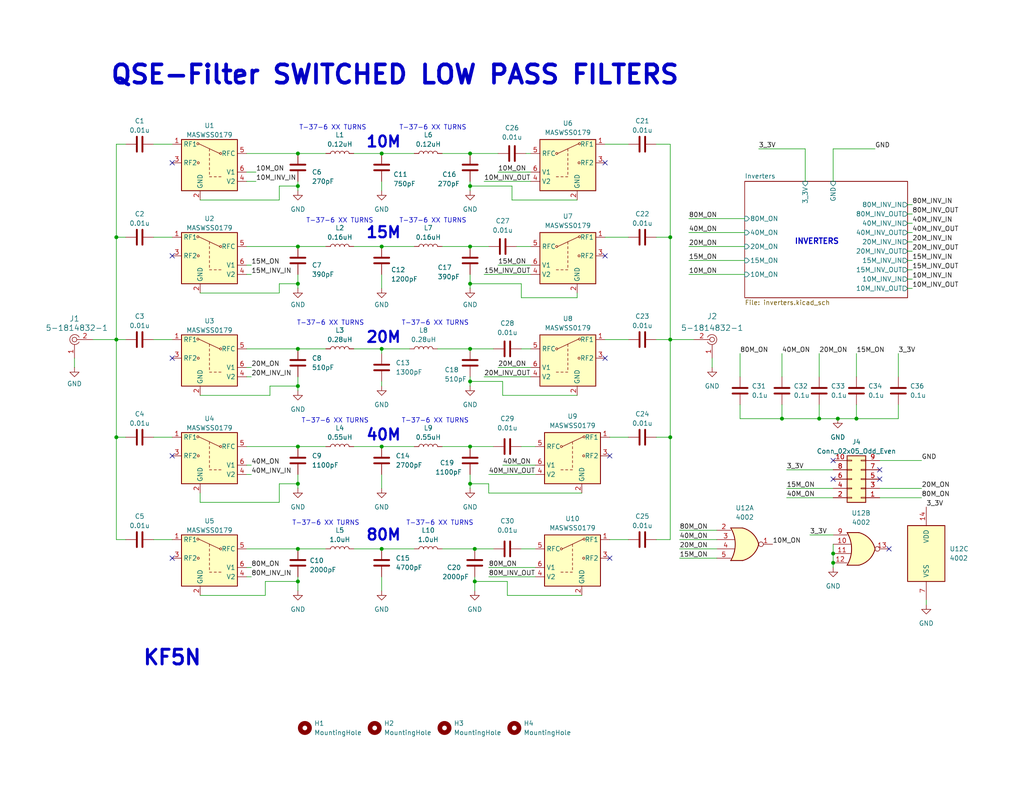
<source format=kicad_sch>
(kicad_sch (version 20231120) (generator "eeschema") (generator_version "8.0")
  (paper "USLetter")
  (title_block (title "QSE-Filter Switched Low Pass Filters") (date "2024-05-02") (rev "Version 1.0"))
  (lib_symbols
    (symbol "4xxx:4002" (pin_names (offset 1.016))
      (property "Reference" "U" (at 0 1.27 0))
      (property "Value" "4002" (at 0 -1.27 0))
      (symbol "4002_1_1"
        (pin output inverted (at 7.62 0 180) (length 3.81) (name "~") (number "1"))
        (pin input line (at -7.62 3.81 0) (length 3.81) (name "~") (number "2"))
        (pin input line (at -7.62 1.27 0) (length 4.826) (name "~") (number "3"))
        (pin input line (at -7.62 -1.27 0) (length 4.826) (name "~") (number "4"))
        (pin input line (at -7.62 -3.81 0) (length 3.81) (name "~") (number "5"))
      )
      (symbol "4002_1_2"
        (pin output line (at 7.62 0 180) (length 3.81) (name "~") (number "1"))
        (pin input inverted (at -7.62 3.81 0) (length 3.81) (name "~") (number "2"))
        (pin input inverted (at -7.62 1.27 0) (length 3.81) (name "~") (number "3"))
        (pin input inverted (at -7.62 -1.27 0) (length 3.81) (name "~") (number "4"))
        (pin input inverted (at -7.62 -3.81 0) (length 3.81) (name "~") (number "5"))
      )
      (symbol "4002_2_1"
        (pin input line (at -7.62 1.27 0) (length 4.826) (name "~") (number "10"))
        (pin input line (at -7.62 -1.27 0) (length 4.826) (name "~") (number "11"))
        (pin input line (at -7.62 -3.81 0) (length 3.81) (name "~") (number "12"))
        (pin output inverted (at 7.62 0 180) (length 3.81) (name "~") (number "13"))
        (pin input line (at -7.62 3.81 0) (length 3.81) (name "~") (number "9"))
      )
      (symbol "4002_2_2"
        (pin input inverted (at -7.62 1.27 0) (length 3.81) (name "~") (number "10"))
        (pin input inverted (at -7.62 -1.27 0) (length 3.81) (name "~") (number "11"))
        (pin input inverted (at -7.62 -3.81 0) (length 3.81) (name "~") (number "12"))
        (pin output line (at 7.62 0 180) (length 3.81) (name "~") (number "13"))
        (pin input inverted (at -7.62 3.81 0) (length 3.81) (name "~") (number "9"))
      )
      (symbol "4002_3_0"
        (pin power_in line (at 0 12.7 270) (length 5.08) (name "VDD") (number "14"))
        (pin power_in line (at 0 -12.7 90) (length 5.08) (name "VSS") (number "7"))
      )
    )
    (symbol "Connector_Generic:Conn_02x05_Odd_Even" (pin_names (offset 1.016) hide)
      (property "Reference" "J" (at 1.27 7.62 0))
      (property "Value" "Conn_02x05_Odd_Even" (at 1.27 -7.62 0))
      (symbol "Conn_02x05_Odd_Even_1_1"
        (pin passive line (at -5.08 5.08 0) (length 3.81) (name "Pin_1") (number "1"))
        (pin passive line (at 7.62 -5.08 180) (length 3.81) (name "Pin_10") (number "10"))
        (pin passive line (at 7.62 5.08 180) (length 3.81) (name "Pin_2") (number "2"))
        (pin passive line (at -5.08 2.54 0) (length 3.81) (name "Pin_3") (number "3"))
        (pin passive line (at 7.62 2.54 180) (length 3.81) (name "Pin_4") (number "4"))
        (pin passive line (at -5.08 0 0) (length 3.81) (name "Pin_5") (number "5"))
        (pin passive line (at 7.62 0 180) (length 3.81) (name "Pin_6") (number "6"))
        (pin passive line (at -5.08 -2.54 0) (length 3.81) (name "Pin_7") (number "7"))
        (pin passive line (at 7.62 -2.54 180) (length 3.81) (name "Pin_8") (number "8"))
        (pin passive line (at -5.08 -5.08 0) (length 3.81) (name "Pin_9") (number "9"))
      )
    )
    (symbol "Device:C" (pin_numbers hide) (pin_names (offset 0.254))
      (property "Reference" "C" (at 0.635 2.54 0))
      (property "Value" "C" (at 0.635 -2.54 0))
      (symbol "C_1_1"
        (pin passive line (at 0 3.81 270) (length 2.794) (name "~") (number "1"))
        (pin passive line (at 0 -3.81 90) (length 2.794) (name "~") (number "2"))
      )
    )
    (symbol "Device:L" (pin_numbers hide) (pin_names (offset 1.016) hide)
      (property "Reference" "L" (at -1.27 0 90))
      (property "Value" "L" (at 1.905 0 90))
      (symbol "L_1_1"
        (pin passive line (at 0 3.81 270) (length 1.27) (name "1") (number "1"))
        (pin passive line (at 0 -3.81 90) (length 1.27) (name "2") (number "2"))
      )
    )
    (symbol "GND_1" (power) (pin_numbers hide) (pin_names (offset 0) hide)
      (property "Value" "GND" (at 0 -3.81 0))
      (symbol "GND_1_1_1"
        (pin power_in line (at 0 0 270) (length 0) (name "~") (number "1"))
      )
    )
    (symbol "GND_10" (power) (pin_numbers hide) (pin_names (offset 0) hide)
      (property "Value" "GND" (at 0 -3.81 0))
      (symbol "GND_10_1_1"
        (pin power_in line (at 0 0 270) (length 0) (name "~") (number "1"))
      )
    )
    (symbol "GND_11" (power) (pin_numbers hide) (pin_names (offset 0) hide)
      (property "Value" "GND" (at 0 -3.81 0))
      (symbol "GND_11_1_1"
        (pin power_in line (at 0 0 270) (length 0) (name "~") (number "1"))
      )
    )
    (symbol "GND_12" (power) (pin_numbers hide) (pin_names (offset 0) hide)
      (property "Value" "GND" (at 0 -3.81 0))
      (symbol "GND_12_1_1"
        (pin power_in line (at 0 0 270) (length 0) (name "~") (number "1"))
      )
    )
    (symbol "GND_13" (power) (pin_numbers hide) (pin_names (offset 0) hide)
      (property "Value" "GND" (at 0 -3.81 0))
      (symbol "GND_13_1_1"
        (pin power_in line (at 0 0 270) (length 0) (name "~") (number "1"))
      )
    )
    (symbol "GND_14" (power) (pin_numbers hide) (pin_names (offset 0) hide)
      (property "Value" "GND" (at 0 -3.81 0))
      (symbol "GND_14_1_1"
        (pin power_in line (at 0 0 270) (length 0) (name "~") (number "1"))
      )
    )
    (symbol "GND_15" (power) (pin_numbers hide) (pin_names (offset 0) hide)
      (property "Value" "GND" (at 0 -3.81 0))
      (symbol "GND_15_1_1"
        (pin power_in line (at 0 0 270) (length 0) (name "~") (number "1"))
      )
    )
    (symbol "GND_16" (power) (pin_numbers hide) (pin_names (offset 0) hide)
      (property "Value" "GND" (at 0 -3.81 0))
      (symbol "GND_16_1_1"
        (pin power_in line (at 0 0 270) (length 0) (name "~") (number "1"))
      )
    )
    (symbol "GND_17" (power) (pin_numbers hide) (pin_names (offset 0) hide)
      (property "Value" "GND" (at 0 -3.81 0))
      (symbol "GND_17_1_1"
        (pin power_in line (at 0 0 270) (length 0) (name "~") (number "1"))
      )
    )
    (symbol "GND_18" (power) (pin_numbers hide) (pin_names (offset 0) hide)
      (property "Value" "GND" (at 0 -3.81 0))
      (symbol "GND_18_1_1"
        (pin power_in line (at 0 0 270) (length 0) (name "~") (number "1"))
      )
    )
    (symbol "GND_19" (power) (pin_numbers hide) (pin_names (offset 0) hide)
      (property "Value" "GND" (at 0 -3.81 0))
      (symbol "GND_19_1_1"
        (pin power_in line (at 0 0 270) (length 0) (name "~") (number "1"))
      )
    )
    (symbol "GND_2" (power) (pin_numbers hide) (pin_names (offset 0) hide)
      (property "Value" "GND" (at 0 -3.81 0))
      (symbol "GND_2_1_1"
        (pin power_in line (at 0 0 270) (length 0) (name "~") (number "1"))
      )
    )
    (symbol "GND_20" (power) (pin_numbers hide) (pin_names (offset 0) hide)
      (property "Value" "GND" (at 0 -3.81 0))
      (symbol "GND_20_1_1"
        (pin power_in line (at 0 0 270) (length 0) (name "~") (number "1"))
      )
    )
    (symbol "GND_3" (power) (pin_numbers hide) (pin_names (offset 0) hide)
      (property "Value" "GND" (at 0 -3.81 0))
      (symbol "GND_3_1_1"
        (pin power_in line (at 0 0 270) (length 0) (name "~") (number "1"))
      )
    )
    (symbol "GND_5" (power) (pin_numbers hide) (pin_names (offset 0) hide)
      (property "Value" "GND" (at 0 -3.81 0))
      (symbol "GND_5_1_1"
        (pin power_in line (at 0 0 270) (length 0) (name "~") (number "1"))
      )
    )
    (symbol "GND_6" (power) (pin_numbers hide) (pin_names (offset 0) hide)
      (property "Value" "GND" (at 0 -3.81 0))
      (symbol "GND_6_1_1"
        (pin power_in line (at 0 0 270) (length 0) (name "~") (number "1"))
      )
    )
    (symbol "GND_7" (power) (pin_numbers hide) (pin_names (offset 0) hide)
      (property "Value" "GND" (at 0 -3.81 0))
      (symbol "GND_7_1_1"
        (pin power_in line (at 0 0 270) (length 0) (name "~") (number "1"))
      )
    )
    (symbol "GND_8" (power) (pin_numbers hide) (pin_names (offset 0) hide)
      (property "Value" "GND" (at 0 -3.81 0))
      (symbol "GND_8_1_1"
        (pin power_in line (at 0 0 270) (length 0) (name "~") (number "1"))
      )
    )
    (symbol "GND_9" (power) (pin_numbers hide) (pin_names (offset 0) hide)
      (property "Value" "GND" (at 0 -3.81 0))
      (symbol "GND_9_1_1"
        (pin power_in line (at 0 0 270) (length 0) (name "~") (number "1"))
      )
    )
    (symbol "Mechanical:MountingHole" (pin_names (offset 1.016))
      (property "Reference" "H" (at 0 5.08 0))
      (property "Value" "MountingHole" (at 0 3.175 0))
    )
    (symbol "RF_Switch:MASWSS0179"
      (property "Reference" "U" (at -7.62 7.62 0))
      (property "Value" "MASWSS0179" (at 3.81 7.62 0))
      (symbol "MASWSS0179_1_1"
        (pin passive line (at 10.16 5.08 180) (length 2.54) (name "RF1") (number "1"))
        (pin power_in line (at 2.54 -10.16 90) (length 2.54) (name "GND") (number "2"))
        (pin passive line (at 10.16 0 180) (length 2.54) (name "RF2") (number "3"))
        (pin input line (at -10.16 -5.08 0) (length 2.54) (name "V2") (number "4"))
        (pin passive line (at -10.16 2.54 0) (length 2.54) (name "RFC") (number "5"))
        (pin input line (at -10.16 -2.54 0) (length 2.54) (name "V1") (number "6"))
      )
    )
    (symbol "dk_Coaxial-Connectors-RF:5-1814832-1" (pin_names (offset 1.016))
      (property "Reference" "J" (at -2.54 1.27 0))
      (property "Value" "5-1814832-1" (at 1.27 -2.54 0))
      (symbol "5-1814832-1_1_1"
        (pin passive line (at 0 -5.08 90) (length 3.683) (name "~") (number "1"))
        (pin passive line (at 5.08 0 180) (length 4.445) (name "~") (number "2"))
      )
    )
    (symbol "power:GND" (power) (pin_numbers hide) (pin_names (offset 0) hide)
      (property "Value" "GND" (at 0 -3.81 0))
      (symbol "GND_1_1"
        (pin power_in line (at 0 0 270) (length 0) (name "~") (number "1"))
      )
    )
  )
  (junction (at 129.54 149.86))
  (junction (at 81.28 50.8))
  (junction (at 31.75 92.71))
  (junction (at 128.27 41.91))
  (junction (at 128.27 132.08))
  (junction (at 233.68 114.3))
  (junction (at 128.27 95.25))
  (junction (at 213.36 114.3))
  (junction (at 81.28 105.41))
  (junction (at 228.6 114.3))
  (junction (at 81.28 158.75))
  (junction (at 182.88 92.71))
  (junction (at 31.75 64.77))
  (junction (at 104.14 121.92))
  (junction (at 129.54 158.75))
  (junction (at 81.28 132.08))
  (junction (at 104.14 67.31))
  (junction (at 227.33 151.13))
  (junction (at 81.28 77.47))
  (junction (at 227.33 153.67))
  (junction (at 81.28 121.92))
  (junction (at 104.14 95.25))
  (junction (at 182.88 119.38))
  (junction (at 81.28 149.86))
  (junction (at 128.27 104.14))
  (junction (at 81.28 41.91))
  (junction (at 223.52 114.3))
  (junction (at 128.27 77.47))
  (junction (at 128.27 67.31))
  (junction (at 104.14 41.91))
  (junction (at 104.14 149.86))
  (junction (at 128.27 50.8))
  (junction (at 81.28 67.31))
  (junction (at 81.28 95.25))
  (junction (at 128.27 121.92))
  (junction (at 31.75 119.38))
  (junction (at 182.88 64.77))
  (no_connect (at 46.99 44.45))
  (no_connect (at 46.99 69.85))
  (no_connect (at 240.03 128.27))
  (no_connect (at 227.33 125.73))
  (no_connect (at 240.03 130.81))
  (no_connect (at 165.1 69.85))
  (no_connect (at 166.37 152.4))
  (no_connect (at 46.99 152.4))
  (no_connect (at 165.1 97.79))
  (no_connect (at 166.37 124.46))
  (no_connect (at 46.99 97.79))
  (no_connect (at 165.1 44.45))
  (no_connect (at 242.57 149.86))
  (no_connect (at 46.99 124.46))
  (no_connect (at 227.33 130.81))
  (wire (pts (xy 41.91 147.32) (xy 46.99 147.32)))
  (wire (pts (xy 76.2 77.47) (xy 81.28 77.47)))
  (wire (pts (xy 245.11 96.52) (xy 245.11 102.87)))
  (wire (pts (xy 135.89 72.39) (xy 144.78 72.39)))
  (wire (pts (xy 67.31 149.86) (xy 81.28 149.86)))
  (wire (pts (xy 76.2 137.16) (xy 76.2 132.08)))
  (wire (pts (xy 187.96 67.31) (xy 203.2 67.31)))
  (wire (pts (xy 247.65 66.04) (xy 248.92 66.04)))
  (wire (pts (xy 128.27 77.47) (xy 128.27 78.74)))
  (wire (pts (xy 247.65 58.42) (xy 248.92 58.42)))
  (wire (pts (xy 142.24 149.86) (xy 146.05 149.86)))
  (wire (pts (xy 187.96 71.12) (xy 203.2 71.12)))
  (wire (pts (xy 179.07 147.32) (xy 182.88 147.32)))
  (wire (pts (xy 233.68 110.49) (xy 233.68 114.3)))
  (wire (pts (xy 187.96 63.5) (xy 203.2 63.5)))
  (wire (pts (xy 67.31 157.48) (xy 68.58 157.48)))
  (wire (pts (xy 67.31 100.33) (xy 68.58 100.33)))
  (wire (pts (xy 179.07 92.71) (xy 182.88 92.71)))
  (wire (pts (xy 227.33 49.53) (xy 227.33 40.64)))
  (wire (pts (xy 240.03 125.73) (xy 251.46 125.73)))
  (wire (pts (xy 128.27 129.54) (xy 128.27 132.08)))
  (wire (pts (xy 31.75 64.77) (xy 34.29 64.77)))
  (wire (pts (xy 67.31 129.54) (xy 68.58 129.54)))
  (wire (pts (xy 67.31 74.93) (xy 68.58 74.93)))
  (wire (pts (xy 81.28 121.92) (xy 88.9 121.92)))
  (wire (pts (xy 247.65 78.74) (xy 248.92 78.74)))
  (wire (pts (xy 31.75 119.38) (xy 31.75 147.32)))
  (wire (pts (xy 165.1 92.71) (xy 171.45 92.71)))
  (wire (pts (xy 182.88 147.32) (xy 182.88 119.38)))
  (wire (pts (xy 138.43 158.75) (xy 138.43 162.56)))
  (wire (pts (xy 81.28 157.48) (xy 81.28 158.75)))
  (wire (pts (xy 219.71 49.53) (xy 219.71 40.64)))
  (wire (pts (xy 31.75 119.38) (xy 34.29 119.38)))
  (wire (pts (xy 185.42 152.4) (xy 195.58 152.4)))
  (wire (pts (xy 247.65 55.88) (xy 248.92 55.88)))
  (wire (pts (xy 104.14 149.86) (xy 113.03 149.86)))
  (wire (pts (xy 120.65 149.86) (xy 129.54 149.86)))
  (wire (pts (xy 128.27 95.25) (xy 134.62 95.25)))
  (wire (pts (xy 137.16 104.14) (xy 137.16 107.95)))
  (wire (pts (xy 76.2 132.08) (xy 81.28 132.08)))
  (wire (pts (xy 247.65 76.2) (xy 248.92 76.2)))
  (wire (pts (xy 67.31 67.31) (xy 81.28 67.31)))
  (wire (pts (xy 132.08 74.93) (xy 144.78 74.93)))
  (wire (pts (xy 142.24 95.25) (xy 144.78 95.25)))
  (wire (pts (xy 129.54 158.75) (xy 138.43 158.75)))
  (wire (pts (xy 73.66 105.41) (xy 81.28 105.41)))
  (wire (pts (xy 245.11 110.49) (xy 245.11 114.3)))
  (wire (pts (xy 133.35 157.48) (xy 146.05 157.48)))
  (wire (pts (xy 182.88 39.37) (xy 182.88 64.77)))
  (wire (pts (xy 67.31 121.92) (xy 81.28 121.92)))
  (wire (pts (xy 119.38 95.25) (xy 128.27 95.25)))
  (wire (pts (xy 54.61 54.61) (xy 76.2 54.61)))
  (wire (pts (xy 81.28 102.87) (xy 81.28 105.41)))
  (wire (pts (xy 182.88 92.71) (xy 189.23 92.71)))
  (wire (pts (xy 129.54 149.86) (xy 134.62 149.86)))
  (wire (pts (xy 81.28 67.31) (xy 88.9 67.31)))
  (wire (pts (xy 182.88 92.71) (xy 182.88 119.38)))
  (wire (pts (xy 128.27 50.8) (xy 128.27 52.07)))
  (wire (pts (xy 128.27 74.93) (xy 128.27 77.47)))
  (wire (pts (xy 128.27 121.92) (xy 134.62 121.92)))
  (wire (pts (xy 128.27 49.53) (xy 128.27 50.8)))
  (wire (pts (xy 25.4 92.71) (xy 31.75 92.71)))
  (wire (pts (xy 187.96 74.93) (xy 203.2 74.93)))
  (wire (pts (xy 139.7 54.61) (xy 157.48 54.61)))
  (wire (pts (xy 214.63 133.35) (xy 227.33 133.35)))
  (wire (pts (xy 223.52 96.52) (xy 223.52 102.87)))
  (wire (pts (xy 129.54 158.75) (xy 129.54 161.29)))
  (wire (pts (xy 233.68 114.3) (xy 245.11 114.3)))
  (wire (pts (xy 76.2 80.01) (xy 76.2 77.47)))
  (wire (pts (xy 207.01 40.64) (xy 219.71 40.64)))
  (wire (pts (xy 96.52 95.25) (xy 104.14 95.25)))
  (wire (pts (xy 73.66 107.95) (xy 73.66 105.41)))
  (wire (pts (xy 165.1 39.37) (xy 171.45 39.37)))
  (wire (pts (xy 20.32 97.79) (xy 20.32 100.33)))
  (wire (pts (xy 96.52 67.31) (xy 104.14 67.31)))
  (wire (pts (xy 41.91 119.38) (xy 46.99 119.38)))
  (wire (pts (xy 31.75 147.32) (xy 34.29 147.32)))
  (wire (pts (xy 228.6 114.3) (xy 233.68 114.3)))
  (wire (pts (xy 81.28 132.08) (xy 81.28 133.35)))
  (wire (pts (xy 227.33 151.13) (xy 227.33 153.67)))
  (wire (pts (xy 213.36 96.52) (xy 213.36 102.87)))
  (wire (pts (xy 96.52 41.91) (xy 104.14 41.91)))
  (wire (pts (xy 31.75 64.77) (xy 31.75 92.71)))
  (wire (pts (xy 227.33 148.59) (xy 227.33 151.13)))
  (wire (pts (xy 179.07 39.37) (xy 182.88 39.37)))
  (wire (pts (xy 81.28 149.86) (xy 88.9 149.86)))
  (wire (pts (xy 54.61 107.95) (xy 73.66 107.95)))
  (wire (pts (xy 104.14 104.14) (xy 104.14 105.41)))
  (wire (pts (xy 201.93 114.3) (xy 213.36 114.3)))
  (wire (pts (xy 214.63 135.89) (xy 227.33 135.89)))
  (wire (pts (xy 67.31 41.91) (xy 81.28 41.91)))
  (wire (pts (xy 96.52 121.92) (xy 104.14 121.92)))
  (wire (pts (xy 128.27 132.08) (xy 128.27 133.35)))
  (wire (pts (xy 182.88 119.38) (xy 179.07 119.38)))
  (wire (pts (xy 182.88 64.77) (xy 182.88 92.71)))
  (wire (pts (xy 41.91 92.71) (xy 46.99 92.71)))
  (wire (pts (xy 104.14 95.25) (xy 104.14 96.52)))
  (wire (pts (xy 137.16 127) (xy 146.05 127)))
  (wire (pts (xy 120.65 121.92) (xy 128.27 121.92)))
  (wire (pts (xy 227.33 40.64) (xy 238.76 40.64)))
  (wire (pts (xy 81.28 105.41) (xy 81.28 106.68)))
  (wire (pts (xy 104.14 95.25) (xy 111.76 95.25)))
  (wire (pts (xy 233.68 96.52) (xy 233.68 102.87)))
  (wire (pts (xy 96.52 149.86) (xy 104.14 149.86)))
  (wire (pts (xy 133.35 132.08) (xy 133.35 134.62)))
  (wire (pts (xy 139.7 50.8) (xy 139.7 54.61)))
  (wire (pts (xy 142.24 77.47) (xy 142.24 81.28)))
  (wire (pts (xy 128.27 50.8) (xy 139.7 50.8)))
  (wire (pts (xy 247.65 73.66) (xy 248.92 73.66)))
  (wire (pts (xy 240.03 135.89) (xy 251.46 135.89)))
  (wire (pts (xy 81.28 41.91) (xy 88.9 41.91)))
  (wire (pts (xy 201.93 110.49) (xy 201.93 114.3)))
  (wire (pts (xy 104.14 67.31) (xy 113.03 67.31)))
  (wire (pts (xy 31.75 92.71) (xy 34.29 92.71)))
  (wire (pts (xy 133.35 154.94) (xy 146.05 154.94)))
  (wire (pts (xy 135.89 100.33) (xy 144.78 100.33)))
  (wire (pts (xy 240.03 133.35) (xy 251.46 133.35)))
  (wire (pts (xy 223.52 114.3) (xy 228.6 114.3)))
  (wire (pts (xy 135.89 46.99) (xy 144.78 46.99)))
  (wire (pts (xy 67.31 102.87) (xy 68.58 102.87)))
  (wire (pts (xy 54.61 80.01) (xy 76.2 80.01)))
  (wire (pts (xy 128.27 77.47) (xy 142.24 77.47)))
  (wire (pts (xy 223.52 110.49) (xy 223.52 114.3)))
  (wire (pts (xy 72.39 158.75) (xy 81.28 158.75)))
  (wire (pts (xy 128.27 104.14) (xy 128.27 105.41)))
  (wire (pts (xy 31.75 64.77) (xy 31.75 39.37)))
  (wire (pts (xy 247.65 71.12) (xy 248.92 71.12)))
  (wire (pts (xy 138.43 162.56) (xy 158.75 162.56)))
  (wire (pts (xy 166.37 147.32) (xy 171.45 147.32)))
  (wire (pts (xy 179.07 64.77) (xy 182.88 64.77)))
  (wire (pts (xy 104.14 157.48) (xy 104.14 161.29)))
  (wire (pts (xy 247.65 63.5) (xy 248.92 63.5)))
  (wire (pts (xy 185.42 144.78) (xy 195.58 144.78)))
  (wire (pts (xy 31.75 92.71) (xy 31.75 119.38)))
  (wire (pts (xy 132.08 49.53) (xy 144.78 49.53)))
  (wire (pts (xy 213.36 114.3) (xy 223.52 114.3)))
  (wire (pts (xy 213.36 110.49) (xy 213.36 114.3)))
  (wire (pts (xy 247.65 60.96) (xy 248.92 60.96)))
  (wire (pts (xy 76.2 54.61) (xy 76.2 50.8)))
  (wire (pts (xy 41.91 39.37) (xy 46.99 39.37)))
  (wire (pts (xy 128.27 102.87) (xy 128.27 104.14)))
  (wire (pts (xy 54.61 134.62) (xy 54.61 137.16)))
  (wire (pts (xy 104.14 49.53) (xy 104.14 52.07)))
  (wire (pts (xy 67.31 95.25) (xy 81.28 95.25)))
  (wire (pts (xy 81.28 95.25) (xy 88.9 95.25)))
  (wire (pts (xy 137.16 107.95) (xy 157.48 107.95)))
  (wire (pts (xy 67.31 72.39) (xy 68.58 72.39)))
  (wire (pts (xy 81.28 129.54) (xy 81.28 132.08)))
  (wire (pts (xy 72.39 158.75) (xy 72.39 162.56)))
  (wire (pts (xy 133.35 134.62) (xy 158.75 134.62)))
  (wire (pts (xy 132.08 102.87) (xy 144.78 102.87)))
  (wire (pts (xy 41.91 64.77) (xy 46.99 64.77)))
  (wire (pts (xy 185.42 149.86) (xy 195.58 149.86)))
  (wire (pts (xy 140.97 67.31) (xy 144.78 67.31)))
  (wire (pts (xy 81.28 49.53) (xy 81.28 50.8)))
  (wire (pts (xy 133.35 129.54) (xy 146.05 129.54)))
  (wire (pts (xy 128.27 41.91) (xy 135.89 41.91)))
  (wire (pts (xy 128.27 104.14) (xy 137.16 104.14)))
  (wire (pts (xy 104.14 129.54) (xy 104.14 133.35)))
  (wire (pts (xy 143.51 41.91) (xy 144.78 41.91)))
  (wire (pts (xy 157.48 81.28) (xy 157.48 80.01)))
  (wire (pts (xy 54.61 162.56) (xy 72.39 162.56)))
  (wire (pts (xy 128.27 67.31) (xy 133.35 67.31)))
  (wire (pts (xy 201.93 96.52) (xy 201.93 102.87)))
  (wire (pts (xy 104.14 74.93) (xy 104.14 78.74)))
  (wire (pts (xy 31.75 39.37) (xy 34.29 39.37)))
  (wire (pts (xy 81.28 74.93) (xy 81.28 77.47)))
  (wire (pts (xy 142.24 81.28) (xy 157.48 81.28)))
  (wire (pts (xy 104.14 41.91) (xy 113.03 41.91)))
  (wire (pts (xy 81.28 77.47) (xy 81.28 78.74)))
  (wire (pts (xy 129.54 157.48) (xy 129.54 158.75)))
  (wire (pts (xy 194.31 97.79) (xy 194.31 100.33)))
  (wire (pts (xy 142.24 121.92) (xy 146.05 121.92)))
  (wire (pts (xy 81.28 158.75) (xy 81.28 161.29)))
  (wire (pts (xy 67.31 46.99) (xy 69.85 46.99)))
  (wire (pts (xy 227.33 153.67) (xy 227.33 154.94)))
  (wire (pts (xy 247.65 68.58) (xy 248.92 68.58)))
  (wire (pts (xy 104.14 121.92) (xy 113.03 121.92)))
  (wire (pts (xy 76.2 50.8) (xy 81.28 50.8)))
  (wire (pts (xy 252.73 163.83) (xy 252.73 165.1)))
  (wire (pts (xy 120.65 67.31) (xy 128.27 67.31)))
  (wire (pts (xy 165.1 64.77) (xy 171.45 64.77)))
  (wire (pts (xy 166.37 119.38) (xy 171.45 119.38)))
  (wire (pts (xy 67.31 49.53) (xy 69.85 49.53)))
  (wire (pts (xy 187.96 59.69) (xy 203.2 59.69)))
  (wire (pts (xy 185.42 147.32) (xy 195.58 147.32)))
  (wire (pts (xy 67.31 154.94) (xy 68.58 154.94)))
  (wire (pts (xy 214.63 128.27) (xy 227.33 128.27)))
  (wire (pts (xy 220.98 146.05) (xy 227.33 146.05)))
  (wire (pts (xy 81.28 50.8) (xy 81.28 52.07)))
  (wire (pts (xy 67.31 127) (xy 68.58 127)))
  (wire (pts (xy 120.65 41.91) (xy 128.27 41.91)))
  (wire (pts (xy 54.61 137.16) (xy 76.2 137.16)))
  (wire (pts (xy 128.27 132.08) (xy 133.35 132.08)))
  (text "T-37-6 XX TURNS" (at 118.11 34.925 0) (effects (font (size 1.27 1.27))))
  (text "T-37-6 XX TURNS" (at 118.745 88.265 0) (effects (font (size 1.27 1.27))))
  (text "INVERTERS" (at 222.885 66.04 0) (effects (font (size 1.5 1.5) (thickness 0.3) (bold yes))))
  (text "T-37-6 XX TURNS" (at 92.71 60.325 0) (effects (font (size 1.27 1.27))))
  (text "T-37-6 XX TURNS" (at 90.805 34.925 0) (effects (font (size 1.27 1.27))))
  (text "T-37-6 XX TURNS" (at 88.9 142.875 0) (effects (font (size 1.27 1.27))))
  (text "40M" (at 99.695 120.65 0) (effects (font (size 3 3) (thickness 0.6) (bold yes)) (justify left bottom)))
  (text "QSE-Filter SWITCHED LOW PASS FILTERS" (at 29.845 23.495 0) (effects (font (size 5 5) (thickness 1) (bold yes)) (justify left bottom)))
  (text "15M" (at 99.695 65.405 0) (effects (font (size 3 3) (thickness 0.6) (bold yes)) (justify left bottom)))
  (text "T-37-6 XX TURNS" (at 120.015 142.875 0) (effects (font (size 1.27 1.27))))
  (text "80M" (at 99.695 147.955 0) (effects (font (size 3 3) (thickness 0.6) (bold yes)) (justify left bottom)))
  (text "20M" (at 99.695 93.98 0) (effects (font (size 3 3) (thickness 0.6) (bold yes)) (justify left bottom)))
  (text "10M" (at 99.695 40.64 0) (effects (font (size 3 3) (thickness 0.6) (bold yes)) (justify left bottom)))
  (text "T-37-6 XX TURNS" (at 91.44 114.935 0) (effects (font (size 1.27 1.27))))
  (text "T-37-6 XX TURNS" (at 118.745 114.935 0) (effects (font (size 1.27 1.27))))
  (text "KF5N" (at 46.99 179.705 0) (effects (font (size 4 4) (thickness 0.8) (bold yes))))
  (text "T-37-6 XX TURNS" (at 90.17 88.265 0) (effects (font (size 1.27 1.27))))
  (text "T-37-6 XX TURNS" (at 118.11 60.325 0) (effects (font (size 1.27 1.27))))
  (label "15M_ON" (at 214.63 133.35 0))
  (label "3_3V" (at 252.73 138.43 0))
  (label "40M_ON" (at 213.36 96.52 0))
  (label "3_3V" (at 214.63 128.27 0))
  (label "40M_ON" (at 214.63 135.89 0))
  (label "20M_ON" (at 135.89 100.33 0))
  (label "80M_ON" (at 187.96 59.69 0))
  (label "10M_ON" (at 69.85 46.99 0))
  (label "80M_INV_OUT" (at 133.35 157.48 0))
  (label "80M_ON" (at 185.42 144.78 0))
  (label "80M_INV_IN" (at 248.92 55.88 0))
  (label "10M_ON" (at 187.96 74.93 0))
  (label "80M_ON" (at 201.93 96.52 0))
  (label "20M_INV_IN" (at 248.92 66.04 0))
  (label "20M_INV_OUT" (at 132.08 102.87 0))
  (label "10M_INV_OUT" (at 132.08 49.53 0))
  (label "GND" (at 238.76 40.64 0))
  (label "20M_INV_OUT" (at 248.92 68.58 0))
  (label "40M_ON" (at 68.58 127 0))
  (label "15M_ON" (at 68.58 72.39 0))
  (label "40M_INV_IN" (at 68.58 129.54 0))
  (label "40M_ON" (at 185.42 147.32 0))
  (label "40M_INV_OUT" (at 133.35 129.54 0))
  (label "40M_INV_IN" (at 248.92 60.96 0))
  (label "3_3V" (at 245.11 96.52 0))
  (label "40M_INV_OUT" (at 248.92 63.5 0))
  (label "15M_INV_OUT" (at 248.92 73.66 0))
  (label "80M_INV_OUT" (at 248.92 58.42 0))
  (label "10M_INV_IN" (at 69.85 49.53 0))
  (label "3_3V" (at 207.01 40.64 0))
  (label "20M_ON" (at 185.42 149.86 0))
  (label "20M_ON" (at 187.96 67.31 0))
  (label "40M_ON" (at 137.16 127 0))
  (label "GND" (at 251.46 125.73 0))
  (label "15M_INV_IN" (at 68.58 74.93 0))
  (label "20M_ON" (at 223.52 96.52 0))
  (label "15M_ON" (at 135.89 72.39 0))
  (label "15M_ON" (at 233.68 96.52 0))
  (label "20M_ON" (at 68.58 100.33 0))
  (label "15M_ON" (at 185.42 152.4 0))
  (label "80M_ON" (at 133.35 154.94 0))
  (label "80M_ON" (at 68.58 154.94 0))
  (label "15M_INV_OUT" (at 132.08 74.93 0))
  (label "15M_ON" (at 187.96 71.12 0))
  (label "80M_INV_IN" (at 68.58 157.48 0))
  (label "40M_ON" (at 187.96 63.5 0))
  (label "10M_INV_OUT" (at 248.92 78.74 0))
  (label "20M_INV_IN" (at 68.58 102.87 0))
  (label "3_3V" (at 220.98 146.05 0))
  (label "80M_ON" (at 251.46 135.89 0))
  (label "10M_ON" (at 210.82 148.59 0))
  (label "15M_INV_IN" (at 248.92 71.12 0))
  (label "10M_ON" (at 135.89 46.99 0))
  (label "20M_ON" (at 251.46 133.35 0))
  (label "10M_INV_IN" (at 248.92 76.2 0))
  (symbol (lib_id "Device:C") (at 175.26 147.32 90) (unit 1)
    (property "Reference" "C25" (at 175.26 140.97 90))
    (property "Value" "0.01u" (at 175.26 143.51 90))
    (property "Footprint" "Capacitor_SMD:C_1206_3216Metric" (effects (hide yes)))
  )
  (symbol (lib_id "Device:C") (at 175.26 64.77 90) (unit 1)
    (property "Reference" "C22" (at 175.26 58.42 90))
    (property "Value" "0.01u" (at 175.26 60.96 90))
    (property "Footprint" "Capacitor_SMD:C_1206_3216Metric" (effects (hide yes)))
  )
  (symbol (lib_id "Device:C") (at 175.26 119.38 90) (unit 1)
    (property "Reference" "C24" (at 175.26 113.03 90))
    (property "Value" "0.01u" (at 175.26 115.57 90))
    (property "Footprint" "Capacitor_SMD:C_1206_3216Metric" (effects (hide yes)))
  )
  (symbol (lib_id "Device:C") (at 138.43 95.25 90) (unit 1)
    (property "Reference" "C28" (at 138.43 88.265 90))
    (property "Value" "0.01u" (at 138.43 90.805 90))
    (property "Footprint" "Capacitor_SMD:C_1206_3216Metric" (effects (hide yes)))
  )
  (symbol (lib_id "Device:C") (at 81.28 99.06 0) (unit 1)
    (property "Reference" "C8" (at 85.09 97.7899 0) (effects (justify left)))
    (property "Value" "510pF" (at 85.09 100.3299 0) (effects (justify left)))
    (property "Footprint" "Capacitor_SMD:C_1206_3216Metric" (effects (hide yes)))
  )
  (symbol (lib_id "4xxx:4002") (at 234.95 149.86 0) (unit 2) (exclude_from_sim yes)
    (property "Reference" "U12" (at 234.95 140.081 0))
    (property "Value" "4002" (at 234.95 142.621 0))
    (property "Footprint" "Package_SO:SOIC-14_3.9x8.7mm_P1.27mm" (effects (hide yes)))
    (property "Datasheet" "http://www.intersil.com/content/dam/Intersil/documents/cd40/cd4000bms-01bms-02bms-25bms.pdf" (effects (hide yes)))
  )
  (symbol (lib_id "RF_Switch:MASWSS0179") (at 156.21 152.4 0) (unit 1) (exclude_from_sim yes)
    (property "Reference" "U10" (at 156.21 141.605 0))
    (property "Value" "MASWSS0179" (at 156.21 144.145 0))
    (property "Footprint" "Package_TO_SOT_SMD:SOT-23-6" (effects (hide yes)))
    (property "Datasheet" "https://cdn.macom.com/datasheets/MASWSS0179.pdf" (effects (hide yes)))
  )
  (symbol (lib_id "Device:C") (at 104.14 153.67 0) (unit 1)
    (property "Reference" "C15" (at 107.95 152.3999 0) (effects (justify left)))
    (property "Value" "4700pF" (at 107.95 154.9399 0) (effects (justify left)))
    (property "Footprint" "Capacitor_SMD:C_1206_3216Metric" (effects (hide yes)))
  )
  (symbol (lib_id "Device:C") (at 104.14 125.73 0) (unit 1)
    (property "Reference" "C14" (at 107.95 124.4599 0) (effects (justify left)))
    (property "Value" "2700pF" (at 107.95 126.9999 0) (effects (justify left)))
    (property "Footprint" "Capacitor_SMD:C_1206_3216Metric" (effects (hide yes)))
  )
  (symbol (lib_name "GND_2") (lib_id "power:GND") (at 227.33 154.94 0) (unit 1)
    (property "Reference" "#PWR021" (effects (hide yes)))
    (property "Value" "GND" (at 227.33 160.02 0))
    (property "Description" "Power symbol creates a global label with name \"GND\" , ground" (effects (hide yes)))
  )
  (symbol (lib_id "Device:L") (at 92.71 41.91 90) (unit 1)
    (property "Reference" "L1" (at 92.71 36.83 90))
    (property "Value" "0.12uH" (at 92.71 39.37 90))
    (property "Footprint" "Toroid_SMD:Toroid_SMD" (effects (hide yes)))
  )
  (symbol (lib_id "Device:C") (at 139.7 41.91 90) (unit 1)
    (property "Reference" "C26" (at 139.7 34.925 90))
    (property "Value" "0.01u" (at 139.7 37.465 90))
    (property "Footprint" "Capacitor_SMD:C_1206_3216Metric" (effects (hide yes)))
  )
  (symbol (lib_id "Device:C") (at 129.54 153.67 0) (unit 1)
    (property "Reference" "C20" (at 121.92 154.94 0) (effects (justify left)))
    (property "Value" "2000pF" (at 120.65 157.48 0) (effects (justify left)))
    (property "Footprint" "Capacitor_SMD:C_1206_3216Metric" (effects (hide yes)))
  )
  (symbol (lib_id "Device:C") (at 38.1 39.37 90) (unit 1)
    (property "Reference" "C1" (at 38.1 33.02 90))
    (property "Value" "0.01u" (at 38.1 35.56 90))
    (property "Footprint" "Capacitor_SMD:C_1206_3216Metric" (effects (hide yes)))
  )
  (symbol (lib_id "RF_Switch:MASWSS0179") (at 57.15 44.45 0) (mirror y) (unit 1) (exclude_from_sim yes)
    (property "Reference" "U1" (at 57.15 34.29 0))
    (property "Value" "MASWSS0179" (at 57.15 36.83 0))
    (property "Footprint" "Package_TO_SOT_SMD:SOT-23-6" (effects (hide yes)))
    (property "Datasheet" "https://cdn.macom.com/datasheets/MASWSS0179.pdf" (effects (hide yes)))
  )
  (symbol (lib_id "4xxx:4002") (at 203.2 148.59 0) (unit 1) (exclude_from_sim yes)
    (property "Reference" "U12" (at 203.2 138.684 0))
    (property "Value" "4002" (at 203.2 141.224 0))
    (property "Footprint" "Package_SO:SOIC-14_3.9x8.7mm_P1.27mm" (effects (hide yes)))
    (property "Datasheet" "http://www.intersil.com/content/dam/Intersil/documents/cd40/cd4000bms-01bms-02bms-25bms.pdf" (effects (hide yes)))
  )
  (symbol (lib_name "GND_17") (lib_id "power:GND") (at 104.14 52.07 0) (unit 1)
    (property "Reference" "#PWR08" (effects (hide yes)))
    (property "Value" "GND" (at 104.14 57.15 0))
    (property "Description" "Power symbol creates a global label with name \"GND\" , ground" (effects (hide yes)))
  )
  (symbol (lib_id "Device:C") (at 38.1 119.38 90) (unit 1)
    (property "Reference" "C4" (at 38.1 113.03 90))
    (property "Value" "0.01u" (at 38.1 115.57 90))
    (property "Footprint" "Capacitor_SMD:C_1206_3216Metric" (effects (hide yes)))
  )
  (symbol (lib_id "RF_Switch:MASWSS0179") (at 57.15 152.4 0) (mirror y) (unit 1) (exclude_from_sim yes)
    (property "Reference" "U5" (at 57.15 142.24 0))
    (property "Value" "MASWSS0179" (at 57.15 144.78 0))
    (property "Footprint" "Package_TO_SOT_SMD:SOT-23-6" (effects (hide yes)))
    (property "Datasheet" "https://cdn.macom.com/datasheets/MASWSS0179.pdf" (effects (hide yes)))
  )
  (symbol (lib_id "Connector_Generic:Conn_02x05_Odd_Even") (at 234.95 130.81 180) (unit 1) (exclude_from_sim yes)
    (property "Reference" "J4" (at 233.68 120.65 0))
    (property "Value" "Conn_02x05_Odd_Even" (at 233.68 123.19 0))
    (property "Footprint" "Connector_IDC:IDC-Header_2x05_P2.54mm_Vertical" (effects (hide yes)))
  )
  (symbol (lib_id "RF_Switch:MASWSS0179") (at 154.94 97.79 0) (unit 1) (exclude_from_sim yes)
    (property "Reference" "U8" (at 154.94 86.995 0))
    (property "Value" "MASWSS0179" (at 154.94 89.535 0))
    (property "Footprint" "Package_TO_SOT_SMD:SOT-23-6" (effects (hide yes)))
    (property "Datasheet" "https://cdn.macom.com/datasheets/MASWSS0179.pdf" (effects (hide yes)))
  )
  (symbol (lib_name "GND_12") (lib_id "power:GND") (at 129.54 161.29 0) (unit 1)
    (property "Reference" "#PWR04" (effects (hide yes)))
    (property "Value" "GND" (at 129.54 166.37 0))
    (property "Description" "Power symbol creates a global label with name \"GND\" , ground" (effects (hide yes)))
  )
  (symbol (lib_id "dk_Coaxial-Connectors-RF:5-1814832-1") (at 20.32 92.71 0) (unit 1) (exclude_from_sim yes)
    (property "Reference" "J1" (at 20.3199 86.995 0) (effects (font (size 1.524 1.524))))
    (property "Value" "5-1814832-1" (at 20.955 89.535 0) (effects (font (size 1.524 1.524))))
    (property "Footprint" "digikey-footprints:RF_SMA_Vertical_5-1814832-1" (effects (hide yes)))
    (property "Datasheet" "https://www.te.com/commerce/DocumentDelivery/DDEController?Action=srchrtrv&DocNm=1814832&DocType=Customer+Drawing&DocLang=English" (effects (hide yes)))
    (property "Description" "CONN SMA JACK STR 50 OHM PCB" (effects (hide yes)))
    (property "Digi-Key_PN" "A97594-ND" (effects (hide yes)))
    (property "MPN" "5-1814832-1" (effects (hide yes)))
    (property "Category" "Connectors, Interconnects" (effects (hide yes)))
    (property "Family" "Coaxial Connectors (RF)" (effects (hide yes)))
    (property "DK_Datasheet_Link" "https://www.te.com/commerce/DocumentDelivery/DDEController?Action=srchrtrv&DocNm=1814832&DocType=Customer+Drawing&DocLang=English" (effects (hide yes)))
    (property "DK_Detail_Page" "/product-detail/en/te-connectivity-amp-connectors/5-1814832-1/A97594-ND/1755982" (effects (hide yes)))
    (property "Manufacturer" "TE Connectivity AMP Connectors" (effects (hide yes)))
    (property "Status" "Active" (effects (hide yes)))
  )
  (symbol (lib_id "Device:L") (at 92.71 67.31 90) (unit 1)
    (property "Reference" "L2" (at 92.71 62.23 90))
    (property "Value" "0.16uH" (at 92.71 64.77 90))
    (property "Footprint" "Toroid_SMD:Toroid_SMD" (effects (hide yes)))
  )
  (symbol (lib_id "Device:C") (at 213.36 106.68 180) (unit 1)
    (property "Reference" "C32" (at 216.535 105.41 0) (effects (justify right)))
    (property "Value" "0.1u" (at 216.535 107.95 0) (effects (justify right)))
    (property "Footprint" "Capacitor_SMD:C_1206_3216Metric" (effects (hide yes)))
  )
  (symbol (lib_name "GND_15") (lib_id "power:GND") (at 104.14 78.74 0) (unit 1)
    (property "Reference" "#PWR016" (effects (hide yes)))
    (property "Value" "GND" (at 104.14 83.185 0))
    (property "Description" "Power symbol creates a global label with name \"GND\" , ground" (effects (hide yes)))
  )
  (symbol (lib_id "Device:L") (at 116.84 67.31 90) (unit 1)
    (property "Reference" "L7" (at 116.84 62.23 90))
    (property "Value" "0.16uH" (at 116.84 64.77 90))
    (property "Footprint" "Toroid_SMD:Toroid_SMD" (effects (hide yes)))
  )
  (symbol (lib_id "Mechanical:MountingHole") (at 121.285 198.755 0) (unit 1) (exclude_from_sim yes)
    (property "Reference" "H3" (at 123.825 197.485 0) (effects (justify left)))
    (property "Value" "MountingHole" (at 123.825 200.025 0) (effects (justify left)))
    (property "Footprint" "MountingHole:MountingHole_3.2mm_M3" (effects (hide yes)))
  )
  (symbol (lib_id "Device:L") (at 92.71 121.92 90) (unit 1)
    (property "Reference" "L4" (at 92.71 116.84 90))
    (property "Value" "0.55uH" (at 92.71 119.38 90))
    (property "Footprint" "Toroid_SMD:Toroid_SMD" (effects (hide yes)))
  )
  (symbol (lib_name "GND_1") (lib_id "power:GND") (at 228.6 114.3 0) (unit 1)
    (property "Reference" "#PWR017" (effects (hide yes)))
    (property "Value" "GND" (at 228.6 119.38 0))
    (property "Description" "Power symbol creates a global label with name \"GND\" , ground" (effects (hide yes)))
  )
  (symbol (lib_id "Device:C") (at 245.11 106.68 180) (unit 1)
    (property "Reference" "C36" (at 248.285 105.41 0) (effects (justify right)))
    (property "Value" "0.1u" (at 248.285 107.95 0) (effects (justify right)))
    (property "Footprint" "Capacitor_SMD:C_1206_3216Metric" (effects (hide yes)))
  )
  (symbol (lib_id "Device:C") (at 201.93 106.68 180) (unit 1)
    (property "Reference" "C31" (at 205.105 105.41 0) (effects (justify right)))
    (property "Value" "0.1u" (at 205.105 107.95 0) (effects (justify right)))
    (property "Footprint" "Capacitor_SMD:C_1206_3216Metric" (effects (hide yes)))
  )
  (symbol (lib_name "GND_9") (lib_id "power:GND") (at 81.28 78.74 0) (unit 1)
    (property "Reference" "#PWR011" (effects (hide yes)))
    (property "Value" "GND" (at 81.28 83.185 0))
    (property "Description" "Power symbol creates a global label with name \"GND\" , ground" (effects (hide yes)))
  )
  (symbol (lib_id "Device:C") (at 104.14 71.12 0) (unit 1)
    (property "Reference" "C12" (at 106.68 73.66 0) (effects (justify left)))
    (property "Value" "1200pF" (at 106.68 76.2 0) (effects (justify left)))
    (property "Footprint" "Capacitor_SMD:C_1206_3216Metric" (effects (hide yes)))
  )
  (symbol (lib_id "Device:L") (at 116.84 121.92 90) (unit 1)
    (property "Reference" "L9" (at 116.84 116.84 90))
    (property "Value" "0.55uH" (at 116.84 119.38 90))
    (property "Footprint" "Toroid_SMD:Toroid_SMD" (effects (hide yes)))
  )
  (symbol (lib_id "RF_Switch:MASWSS0179") (at 154.94 69.85 0) (unit 1) (exclude_from_sim yes)
    (property "Reference" "U7" (at 154.94 59.055 0))
    (property "Value" "MASWSS0179" (at 154.94 61.595 0))
    (property "Footprint" "Package_TO_SOT_SMD:SOT-23-6" (effects (hide yes)))
    (property "Datasheet" "https://cdn.macom.com/datasheets/MASWSS0179.pdf" (effects (hide yes)))
  )
  (symbol (lib_id "Device:C") (at 175.26 92.71 90) (unit 1)
    (property "Reference" "C23" (at 175.26 86.36 90))
    (property "Value" "0.01u" (at 175.26 88.9 90))
    (property "Footprint" "Capacitor_SMD:C_1206_3216Metric" (effects (hide yes)))
  )
  (symbol (lib_id "Device:C") (at 104.14 100.33 0) (unit 1)
    (property "Reference" "C13" (at 107.95 99.0599 0) (effects (justify left)))
    (property "Value" "1300pF" (at 107.95 101.5999 0) (effects (justify left)))
    (property "Footprint" "Capacitor_SMD:C_1206_3216Metric" (effects (hide yes)))
  )
  (symbol (lib_id "RF_Switch:MASWSS0179") (at 57.15 124.46 0) (mirror y) (unit 1) (exclude_from_sim yes)
    (property "Reference" "U4" (at 57.15 114.3 0))
    (property "Value" "MASWSS0179" (at 57.15 116.84 0))
    (property "Footprint" "Package_TO_SOT_SMD:SOT-23-6" (effects (hide yes)))
    (property "Datasheet" "https://cdn.macom.com/datasheets/MASWSS0179.pdf" (effects (hide yes)))
  )
  (symbol (lib_id "Device:C") (at 81.28 45.72 0) (unit 1)
    (property "Reference" "C6" (at 85.09 46.99 0) (effects (justify left)))
    (property "Value" "270pF" (at 85.09 49.53 0) (effects (justify left)))
    (property "Footprint" "Capacitor_SMD:C_1206_3216Metric" (effects (hide yes)))
  )
  (symbol (lib_id "Device:L") (at 116.84 149.86 90) (unit 1)
    (property "Reference" "L10" (at 116.84 144.78 90))
    (property "Value" "1.0uH" (at 116.84 147.32 90))
    (property "Footprint" "Toroid_SMD:Toroid_SMD" (effects (hide yes)))
  )
  (symbol (lib_id "Device:C") (at 128.27 71.12 0) (unit 1)
    (property "Reference" "C17" (at 119.38 73.025 0) (effects (justify left)))
    (property "Value" "390pF" (at 119.38 75.565 0) (effects (justify left)))
    (property "Footprint" "Capacitor_SMD:C_1206_3216Metric" (effects (hide yes)))
  )
  (symbol (lib_id "Device:C") (at 128.27 99.06 0) (unit 1)
    (property "Reference" "C18" (at 121.285 100.965 0) (effects (justify left)))
    (property "Value" "510pF" (at 121.285 103.505 0) (effects (justify left)))
    (property "Footprint" "Capacitor_SMD:C_1206_3216Metric" (effects (hide yes)))
  )
  (symbol (lib_id "Device:L") (at 92.71 95.25 90) (unit 1)
    (property "Reference" "L3" (at 92.71 90.17 90))
    (property "Value" "0.28uH" (at 92.71 92.71 90))
    (property "Footprint" "Toroid_SMD:Toroid_SMD" (effects (hide yes)))
  )
  (symbol (lib_name "GND_10") (lib_id "power:GND") (at 20.32 100.33 0) (unit 1)
    (property "Reference" "#PWR03" (effects (hide yes)))
    (property "Value" "GND" (at 20.32 104.775 0))
    (property "Description" "Power symbol creates a global label with name \"GND\" , ground" (effects (hide yes)))
  )
  (symbol (lib_id "Device:C") (at 104.14 45.72 0) (unit 1)
    (property "Reference" "C11" (at 107.315 47.625 0) (effects (justify left)))
    (property "Value" "750pF" (at 107.315 50.165 0) (effects (justify left)))
    (property "Footprint" "Capacitor_SMD:C_1206_3216Metric" (effects (hide yes)))
  )
  (symbol (lib_id "Device:C") (at 38.1 64.77 90) (unit 1)
    (property "Reference" "C2" (at 38.1 58.42 90))
    (property "Value" "0.01u" (at 38.1 60.96 90))
    (property "Footprint" "Capacitor_SMD:C_1206_3216Metric" (effects (hide yes)))
  )
  (symbol (lib_id "Mechanical:MountingHole") (at 140.335 198.755 0) (unit 1) (exclude_from_sim yes)
    (property "Reference" "H4" (at 142.875 197.485 0) (effects (justify left)))
    (property "Value" "MountingHole" (at 142.875 200.025 0) (effects (justify left)))
    (property "Footprint" "MountingHole:MountingHole_3.2mm_M3" (effects (hide yes)))
  )
  (symbol (lib_id "Device:C") (at 128.27 125.73 0) (unit 1)
    (property "Reference" "C19" (at 120.015 126.365 0) (effects (justify left)))
    (property "Value" "1100pF" (at 118.745 128.905 0) (effects (justify left)))
    (property "Footprint" "Capacitor_SMD:C_1206_3216Metric" (effects (hide yes)))
  )
  (symbol (lib_id "Device:L") (at 92.71 149.86 90) (unit 1)
    (property "Reference" "L5" (at 92.71 144.78 90))
    (property "Value" "1.0uH" (at 92.71 147.32 90))
    (property "Footprint" "Toroid_SMD:Toroid_SMD" (effects (hide yes)))
  )
  (symbol (lib_id "Device:C") (at 138.43 121.92 90) (unit 1)
    (property "Reference" "C29" (at 138.43 114.3 90))
    (property "Value" "0.01u" (at 138.43 116.84 90))
    (property "Footprint" "Capacitor_SMD:C_1206_3216Metric" (effects (hide yes)))
  )
  (symbol (lib_name "GND_14") (lib_id "power:GND") (at 104.14 133.35 0) (unit 1)
    (property "Reference" "#PWR015" (effects (hide yes)))
    (property "Value" "GND" (at 104.14 138.43 0))
    (property "Description" "Power symbol creates a global label with name \"GND\" , ground" (effects (hide yes)))
  )
  (symbol (lib_id "power:GND") (at 194.31 100.33 0) (unit 1)
    (property "Reference" "#PWR013" (effects (hide yes)))
    (property "Value" "GND" (at 194.31 105.41 0))
    (property "Description" "Power symbol creates a global label with name \"GND\" , ground" (effects (hide yes)))
  )
  (symbol (lib_name "GND_18") (lib_id "power:GND") (at 128.27 52.07 0) (unit 1)
    (property "Reference" "#PWR07" (effects (hide yes)))
    (property "Value" "GND" (at 128.27 57.15 0))
    (property "Description" "Power symbol creates a global label with name \"GND\" , ground" (effects (hide yes)))
  )
  (symbol (lib_id "Device:C") (at 81.28 71.12 0) (unit 1)
    (property "Reference" "C7" (at 85.09 72.39 0) (effects (justify left)))
    (property "Value" "390pF" (at 85.09 74.93 0) (effects (justify left)))
    (property "Footprint" "Capacitor_SMD:C_1206_3216Metric" (effects (hide yes)))
  )
  (symbol (lib_id "Device:C") (at 38.1 92.71 90) (unit 1)
    (property "Reference" "C3" (at 38.1 86.36 90))
    (property "Value" "0.01u" (at 38.1 88.9 90))
    (property "Footprint" "Capacitor_SMD:C_1206_3216Metric" (effects (hide yes)))
  )
  (symbol (lib_name "GND_6") (lib_id "power:GND") (at 81.28 161.29 0) (unit 1)
    (property "Reference" "#PWR05" (effects (hide yes)))
    (property "Value" "GND" (at 81.28 166.37 0))
    (property "Description" "Power symbol creates a global label with name \"GND\" , ground" (effects (hide yes)))
  )
  (symbol (lib_id "4xxx:4002") (at 252.73 151.13 0) (unit 3) (exclude_from_sim yes)
    (property "Reference" "U12" (at 259.08 149.86 0) (effects (justify left)))
    (property "Value" "4002" (at 259.08 152.4 0) (effects (justify left)))
    (property "Footprint" "Package_SO:SOIC-14_3.9x8.7mm_P1.27mm" (effects (hide yes)))
    (property "Datasheet" "http://www.intersil.com/content/dam/Intersil/documents/cd40/cd4000bms-01bms-02bms-25bms.pdf" (effects (hide yes)))
  )
  (symbol (lib_id "Device:C") (at 128.27 45.72 0) (unit 1)
    (property "Reference" "C16" (at 120.65 47.625 0) (effects (justify left)))
    (property "Value" "270pF" (at 119.38 50.165 0) (effects (justify left)))
    (property "Footprint" "Capacitor_SMD:C_1206_3216Metric" (effects (hide yes)))
  )
  (symbol (lib_name "GND_8") (lib_id "power:GND") (at 81.28 52.07 0) (unit 1)
    (property "Reference" "#PWR02" (effects (hide yes)))
    (property "Value" "GND" (at 81.28 57.15 0))
    (property "Description" "Power symbol creates a global label with name \"GND\" , ground" (effects (hide yes)))
  )
  (symbol (lib_name "GND_11") (lib_id "power:GND") (at 81.28 106.68 0) (unit 1)
    (property "Reference" "#PWR01" (effects (hide yes)))
    (property "Value" "GND" (at 81.28 111.76 0))
    (property "Description" "Power symbol creates a global label with name \"GND\" , ground" (effects (hide yes)))
  )
  (symbol (lib_id "Device:C") (at 38.1 147.32 90) (unit 1)
    (property "Reference" "C5" (at 38.1 140.97 90))
    (property "Value" "0.01u" (at 38.1 143.51 90))
    (property "Footprint" "Capacitor_SMD:C_1206_3216Metric" (effects (hide yes)))
  )
  (symbol (lib_id "Device:C") (at 223.52 106.68 180) (unit 1)
    (property "Reference" "C33" (at 226.695 105.41 0) (effects (justify right)))
    (property "Value" "0.1u" (at 226.695 107.95 0) (effects (justify right)))
    (property "Footprint" "Capacitor_SMD:C_1206_3216Metric" (effects (hide yes)))
  )
  (symbol (lib_name "GND_7") (lib_id "power:GND") (at 104.14 161.29 0) (unit 1)
    (property "Reference" "#PWR06" (effects (hide yes)))
    (property "Value" "GND" (at 104.14 166.37 0))
    (property "Description" "Power symbol creates a global label with name \"GND\" , ground" (effects (hide yes)))
  )
  (symbol (lib_name "GND_5") (lib_id "power:GND") (at 81.28 133.35 0) (unit 1)
    (property "Reference" "#PWR022" (effects (hide yes)))
    (property "Value" "GND" (at 81.28 138.43 0))
    (property "Description" "Power symbol creates a global label with name \"GND\" , ground" (effects (hide yes)))
  )
  (symbol (lib_id "Device:C") (at 81.28 153.67 0) (unit 1)
    (property "Reference" "C10" (at 84.455 153.035 0) (effects (justify left)))
    (property "Value" "2000pF" (at 84.455 155.575 0) (effects (justify left)))
    (property "Footprint" "Capacitor_SMD:C_1206_3216Metric" (effects (hide yes)))
  )
  (symbol (lib_id "Device:C") (at 81.28 125.73 0) (unit 1)
    (property "Reference" "C9" (at 85.09 124.4599 0) (effects (justify left)))
    (property "Value" "1100pF" (at 85.09 126.9999 0) (effects (justify left)))
    (property "Footprint" "Capacitor_SMD:C_1206_3216Metric" (effects (hide yes)))
  )
  (symbol (lib_id "Device:L") (at 116.84 41.91 90) (unit 1)
    (property "Reference" "L6" (at 116.84 36.83 90))
    (property "Value" "0.12uH" (at 116.84 39.37 90))
    (property "Footprint" "Toroid_SMD:Toroid_SMD" (effects (hide yes)))
  )
  (symbol (lib_id "Mechanical:MountingHole") (at 102.235 198.755 0) (unit 1) (exclude_from_sim yes)
    (property "Reference" "H2" (at 104.775 197.485 0) (effects (justify left)))
    (property "Value" "MountingHole" (at 104.775 200.025 0) (effects (justify left)))
    (property "Footprint" "MountingHole:MountingHole_3.2mm_M3" (effects (hide yes)))
  )
  (symbol (lib_name "GND_20") (lib_id "power:GND") (at 128.27 105.41 0) (unit 1)
    (property "Reference" "#PWR012" (effects (hide yes)))
    (property "Value" "GND" (at 128.27 110.49 0))
    (property "Description" "Power symbol creates a global label with name \"GND\" , ground" (effects (hide yes)))
  )
  (symbol (lib_id "RF_Switch:MASWSS0179") (at 57.15 97.79 0) (mirror y) (unit 1) (exclude_from_sim yes)
    (property "Reference" "U3" (at 57.15 87.63 0))
    (property "Value" "MASWSS0179" (at 57.15 90.17 0))
    (property "Footprint" "Package_TO_SOT_SMD:SOT-23-6" (effects (hide yes)))
    (property "Datasheet" "https://cdn.macom.com/datasheets/MASWSS0179.pdf" (effects (hide yes)))
  )
  (symbol (lib_id "Device:L") (at 115.57 95.25 90) (unit 1)
    (property "Reference" "L8" (at 115.57 90.17 90))
    (property "Value" "0.28uH" (at 115.57 92.71 90))
    (property "Footprint" "Toroid_SMD:Toroid_SMD" (effects (hide yes)))
  )
  (symbol (lib_id "Device:C") (at 175.26 39.37 90) (unit 1)
    (property "Reference" "C21" (at 175.26 33.02 90))
    (property "Value" "0.01u" (at 175.26 35.56 90))
    (property "Footprint" "Capacitor_SMD:C_1206_3216Metric" (effects (hide yes)))
  )
  (symbol (lib_name "GND_3") (lib_id "power:GND") (at 252.73 165.1 0) (unit 1)
    (property "Reference" "#PWR020" (effects (hide yes)))
    (property "Value" "GND" (at 252.73 170.18 0))
    (property "Description" "Power symbol creates a global label with name \"GND\" , ground" (effects (hide yes)))
  )
  (symbol (lib_name "GND_16") (lib_id "power:GND") (at 128.27 78.74 0) (unit 1)
    (property "Reference" "#PWR023" (effects (hide yes)))
    (property "Value" "GND" (at 128.27 83.185 0))
    (property "Description" "Power symbol creates a global label with name \"GND\" , ground" (effects (hide yes)))
  )
  (symbol (lib_id "Device:C") (at 138.43 149.86 90) (unit 1)
    (property "Reference" "C30" (at 138.43 142.24 90))
    (property "Value" "0.01u" (at 138.43 144.78 90))
    (property "Footprint" "Capacitor_SMD:C_1206_3216Metric" (effects (hide yes)))
  )
  (symbol (lib_id "RF_Switch:MASWSS0179") (at 57.15 69.85 0) (mirror y) (unit 1) (exclude_from_sim yes)
    (property "Reference" "U2" (at 57.15 59.69 0))
    (property "Value" "MASWSS0179" (at 57.15 62.23 0))
    (property "Footprint" "Package_TO_SOT_SMD:SOT-23-6" (effects (hide yes)))
    (property "Datasheet" "https://cdn.macom.com/datasheets/MASWSS0179.pdf" (effects (hide yes)))
  )
  (symbol (lib_id "RF_Switch:MASWSS0179") (at 156.21 124.46 0) (unit 1) (exclude_from_sim yes)
    (property "Reference" "U9" (at 156.21 113.665 0))
    (property "Value" "MASWSS0179" (at 156.21 116.205 0))
    (property "Footprint" "Package_TO_SOT_SMD:SOT-23-6" (effects (hide yes)))
    (property "Datasheet" "https://cdn.macom.com/datasheets/MASWSS0179.pdf" (effects (hide yes)))
  )
  (symbol (lib_id "dk_Coaxial-Connectors-RF:5-1814832-1") (at 194.31 92.71 0) (mirror y) (unit 1) (exclude_from_sim yes)
    (property "Reference" "J2" (at 194.31 86.36 0) (effects (font (size 1.524 1.524))))
    (property "Value" "5-1814832-1" (at 194.3101 89.535 0) (effects (font (size 1.524 1.524))))
    (property "Footprint" "digikey-footprints:RF_SMA_Vertical_5-1814832-1" (effects (hide yes)))
    (property "Datasheet" "https://www.te.com/commerce/DocumentDelivery/DDEController?Action=srchrtrv&DocNm=1814832&DocType=Customer+Drawing&DocLang=English" (effects (hide yes)))
    (property "Description" "CONN SMA JACK STR 50 OHM PCB" (effects (hide yes)))
    (property "Digi-Key_PN" "A97594-ND" (effects (hide yes)))
    (property "MPN" "5-1814832-1" (effects (hide yes)))
    (property "Category" "Connectors, Interconnects" (effects (hide yes)))
    (property "Family" "Coaxial Connectors (RF)" (effects (hide yes)))
    (property "DK_Datasheet_Link" "https://www.te.com/commerce/DocumentDelivery/DDEController?Action=srchrtrv&DocNm=1814832&DocType=Customer+Drawing&DocLang=English" (effects (hide yes)))
    (property "DK_Detail_Page" "/product-detail/en/te-connectivity-amp-connectors/5-1814832-1/A97594-ND/1755982" (effects (hide yes)))
    (property "Manufacturer" "TE Connectivity AMP Connectors" (effects (hide yes)))
    (property "Status" "Active" (effects (hide yes)))
  )
  (symbol (lib_id "Device:C") (at 137.16 67.31 90) (unit 1)
    (property "Reference" "C27" (at 137.16 60.325 90))
    (property "Value" "0.01u" (at 137.16 62.865 90))
    (property "Footprint" "Capacitor_SMD:C_1206_3216Metric" (effects (hide yes)))
  )
  (symbol (lib_id "Device:C") (at 233.68 106.68 180) (unit 1)
    (property "Reference" "C34" (at 236.855 105.41 0) (effects (justify right)))
    (property "Value" "0.1u" (at 236.855 107.95 0) (effects (justify right)))
    (property "Footprint" "Capacitor_SMD:C_1206_3216Metric" (effects (hide yes)))
  )
  (symbol (lib_name "GND_19") (lib_id "power:GND") (at 104.14 105.41 0) (unit 1)
    (property "Reference" "#PWR09" (effects (hide yes)))
    (property "Value" "GND" (at 104.14 110.49 0))
    (property "Description" "Power symbol creates a global label with name \"GND\" , ground" (effects (hide yes)))
  )
  (symbol (lib_id "RF_Switch:MASWSS0179") (at 154.94 44.45 0) (unit 1) (exclude_from_sim yes)
    (property "Reference" "U6" (at 154.94 33.655 0))
    (property "Value" "MASWSS0179" (at 154.94 36.195 0))
    (property "Footprint" "Package_TO_SOT_SMD:SOT-23-6" (effects (hide yes)))
    (property "Datasheet" "https://cdn.macom.com/datasheets/MASWSS0179.pdf" (effects (hide yes)))
  )
  (symbol (lib_id "Mechanical:MountingHole") (at 83.185 198.755 0) (unit 1) (exclude_from_sim yes)
    (property "Reference" "H1" (at 85.725 197.485 0) (effects (justify left)))
    (property "Value" "MountingHole" (at 85.725 200.025 0) (effects (justify left)))
    (property "Footprint" "MountingHole:MountingHole_3.2mm_M3" (effects (hide yes)))
  )
  (symbol (lib_name "GND_13") (lib_id "power:GND") (at 128.27 133.35 0) (unit 1)
    (property "Reference" "#PWR010" (effects (hide yes)))
    (property "Value" "GND" (at 128.27 138.43 0))
    (property "Description" "Power symbol creates a global label with name \"GND\" , ground" (effects (hide yes)))
  )
  (sheet (at 203.2 49.53) (size 44.45 31.75) (stroke (width 0.1524))
    (property "Sheetname" "Inverters" (at 203.2 48.8184 0) (effects (justify left bottom)))
    (property "Sheetfile" "inverters.kicad_sch" (at 203.2 81.8646 0) (effects (justify left top)))
    (pin "80M_ON" input (at 203.2 59.69 180))
    (pin "40M_ON" input (at 203.2 63.5 180))
    (pin "40M_INV_OUT" output (at 247.65 63.5 0))
    (pin "80M_INV_IN" output (at 247.65 55.88 0))
    (pin "80M_INV_OUT" output (at 247.65 58.42 0))
    (pin "40M_INV_IN" output (at 247.65 60.96 0))
    (pin "15M_INV_IN" output (at 247.65 71.12 0))
    (pin "20M_ON" input (at 203.2 67.31 180))
    (pin "15M_ON" input (at 203.2 71.12 180))
    (pin "20M_INV_IN" output (at 247.65 66.04 0))
    (pin "15M_INV_OUT" output (at 247.65 73.66 0))
    (pin "20M_INV_OUT" output (at 247.65 68.58 0))
    (pin "10M_INV_IN" output (at 247.65 76.2 0))
    (pin "10M_ON" input (at 203.2 74.93 180))
    (pin "10M_INV_OUT" output (at 247.65 78.74 0))
    (pin "3_3V" input (at 219.71 49.53 90))
    (pin "GND" input (at 227.33 49.53 90))
  )
)
</source>
